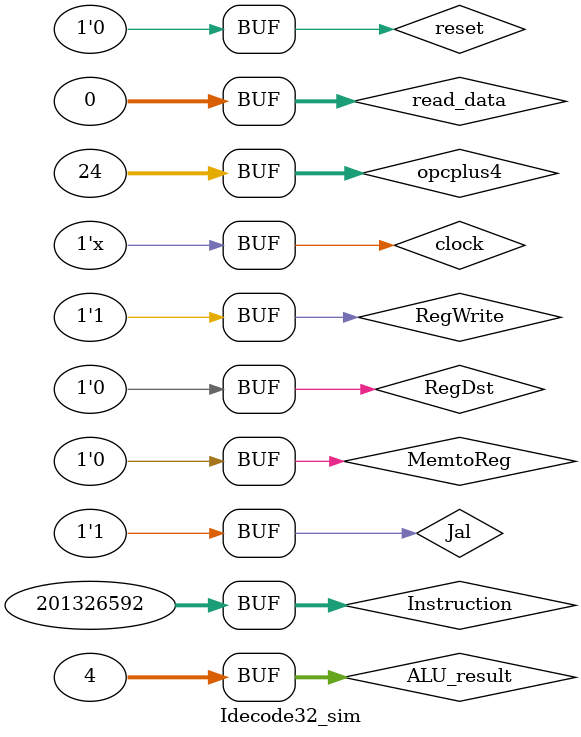
<source format=v>
`timescale 1ns / 1ps

module Idecode32_sim();
    // input 
    reg[31:0]  Instruction = 32'b000000_00010_00011_00111_00000_100000; //add $7,$2,$3
    reg[31:0]  read_data = 32'h00000000;                    //  ´ÓDATA RAM or I/O portÈ¡³öµÄÊý¾Ý
    reg[31:0]  ALU_result = 32'h00000005;                   //  ÐèÒªÀ©Õ¹Á¢¼´Êýµ½32Î»
    reg        Jal = 1'b0; 
    reg        RegWrite = 1'b1;
    reg        MemtoReg = 1'b0;
    reg        RegDst = 1'b1;
    reg         clock = 1'b0 ,reset = 1'b1;
    reg[31:0]  opcplus4 = 32'h00000004;                 // À´×ÔÈ¡Ö¸µ¥Ôª£¬JALÖÐÓÃ
    // output
    wire[31:0] read_data_1;
    wire[31:0] read_data_2;
    wire[31:0] Sign_extend;
    wire[4:0] read_register_1_address;
    
    Idecode32 Uid(read_data_1,read_data_2,Instruction,read_data,ALU_result,
                     Jal,RegWrite,MemtoReg,RegDst,Sign_extend,clock,reset,
                     opcplus4,read_register_1_address);

    initial begin
        #200   reset = 1'b0;
        #200   begin Instruction = 32'b001000_00111_00011_1000000000110111;  //addi $3,$7,0X8037
                    read_data = 32'h00000000; 
                    ALU_result = 32'hFFFF803A;
                    Jal = 1'b0;
                    RegWrite = 1'b1;
                    MemtoReg = 1'b0;
                    RegDst = 1'b0;
                    opcplus4 = 32'h00000008; 
               end
        #200   begin Instruction = 32'b001100_00010_00100_1000000010010111;  //andi $4,$2,0X8097
                           read_data = 32'h00000000; 
                           ALU_result = 32'h00000002;
                           Jal = 1'b0;
                           RegWrite = 1'b1;
                           MemtoReg = 1'b0;
                           RegDst = 1'b0;
                           opcplus4 = 32'h0000000c; 
                end
        #200   begin Instruction = 32'b000000_00000_00001_00101_00010_000000;  //sll $5,$1,2
                                   read_data = 32'h00000000; 
                                   ALU_result = 32'h00000004;
                                   Jal = 1'b0;
                                   RegWrite = 1'b1;
                                   MemtoReg = 1'b0;
                                   RegDst = 1'b1;
                                   opcplus4 = 32'h00000010; 
               end
        #200   begin Instruction = 32'b100011_00000_00110_0000000100000000;  //LW $6,0(0X100)
                                          read_data = 32'h0000007B; 
                                          ALU_result = 32'h00000054;
                                          Jal = 1'b0;
                                          RegWrite = 1'b1;
                                          MemtoReg = 1'b1;
                                          RegDst = 1'b0;
                                          opcplus4 = 32'h00000014; 
               end
        #200   begin Instruction = 32'b000011_00000000000000000000000000;  //JAL 0000
                                          read_data = 32'h00000000; 
                                          ALU_result = 32'h00000004;
                                          Jal = 1'b1;
                                          RegWrite = 1'b1;
                                          MemtoReg = 1'b0;
                                          RegDst = 1'b0;
                                          opcplus4 = 32'h00000018; 
               end
    end 
    always #50 clock = ~clock;            
endmodule
</source>
